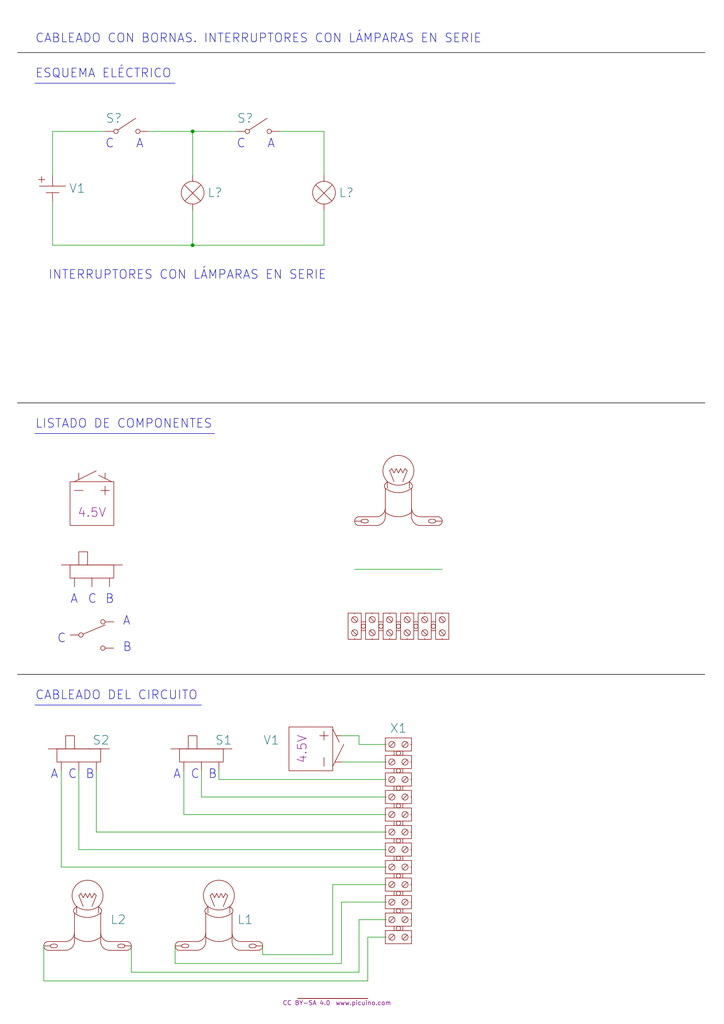
<source format=kicad_sch>
(kicad_sch (version 20211123) (generator eeschema)
  (paper "A4" portrait)
  (title_block (title "CABLEADO CON BORNAS. INTERRUPTORES CON LAMPARAS EN SERIE") (date "14/12/2018") (company "www.picuino.com") (comment 1 "Copyright (c) 2018 by Carlos Pardo") (comment 2 "License CC BY-SA 4.0"))
  (lib_symbols
    (symbol "simbolos:CopyRight" (pin_names (offset 1.016))
      (property "License" "CC BY-SA 4.0" (at -1.27 -1.27 0))
      (property "Web" "www.picuino.com" (at 0 -1.27 0))
      (symbol "CopyRight_0_1"
        (polyline (pts (xy -10.16 0) (xy 10.16 0)) (stroke (width 0.2032)))
      )
    )
    (symbol "simbolos:Pila" (pin_names (offset 1.016))
      (property "Reference" "V" (at 5.08 -4.445 0))
      (symbol "Pila_0_1"
        (polyline (pts (xy -4.064 -1.27) (xy -2.286 -1.27)))
        (polyline (pts (xy -3.81 -3.175) (xy 3.81 -3.175)))
        (polyline (pts (xy -3.175 -0.381) (xy -3.175 -2.159)))
        (polyline (pts (xy -1.905 -5.08) (xy 1.905 -5.08)))
      )
      (symbol "Pila_1_1"
        (pin input line (at 0 -7.62 90) (length 2.54) (name "") (number ""))
        (pin input line (at 0 0 270) (length 3.175) (name "") (number ""))
      )
    )
    (symbol "simbolos:borna_12x2" (pin_names (offset 1.016))
      (property "Reference" "X" (at 3.81 3.81 0))
      (symbol "borna_12x2_0_1"
        (rectangle (start 0 -53.975) (end 7.62 -57.785))
        (rectangle (start 0 -48.895) (end 7.62 -52.705))
        (rectangle (start 0 -43.815) (end 7.62 -47.625))
        (rectangle (start 0 -38.735) (end 7.62 -42.545))
        (rectangle (start 0 -33.655) (end 7.62 -37.465))
        (rectangle (start 0 -28.575) (end 7.62 -32.385))
        (rectangle (start 0 -23.495) (end 7.62 -27.305))
        (rectangle (start 0 -18.415) (end 7.62 -22.225))
        (rectangle (start 0 -13.335) (end 7.62 -17.145))
        (rectangle (start 0 -8.255) (end 7.62 -12.065))
        (rectangle (start 0 -3.175) (end 7.62 -6.985))
        (polyline (pts (xy 1.27 -56.515) (xy 2.54 -55.245)))
        (polyline (pts (xy 1.27 -51.435) (xy 2.54 -50.165)))
        (polyline (pts (xy 1.27 -46.355) (xy 2.54 -45.085)))
        (polyline (pts (xy 1.27 -41.275) (xy 2.54 -40.005)))
        (polyline (pts (xy 1.27 -36.195) (xy 2.54 -34.925)))
        (polyline (pts (xy 1.27 -31.115) (xy 2.54 -29.845)))
        (polyline (pts (xy 1.27 -26.035) (xy 2.54 -24.765)))
        (polyline (pts (xy 1.27 -20.955) (xy 2.54 -19.685)))
        (polyline (pts (xy 1.27 -15.875) (xy 2.54 -14.605)))
        (polyline (pts (xy 1.27 -10.795) (xy 2.54 -9.525)))
        (polyline (pts (xy 1.27 -5.715) (xy 2.54 -4.445)))
        (polyline (pts (xy 1.27 -0.635) (xy 2.54 0.635)))
        (polyline (pts (xy 2.54 -53.975) (xy 2.54 -52.705)))
        (polyline (pts (xy 2.54 -48.895) (xy 2.54 -47.625)))
        (polyline (pts (xy 2.54 -43.815) (xy 2.54 -42.545)))
        (polyline (pts (xy 2.54 -38.735) (xy 2.54 -37.465)))
        (polyline (pts (xy 2.54 -33.655) (xy 2.54 -32.385)))
        (polyline (pts (xy 2.54 -28.575) (xy 2.54 -27.305)))
        (polyline (pts (xy 2.54 -23.495) (xy 2.54 -22.225)))
        (polyline (pts (xy 2.54 -18.415) (xy 2.54 -17.145)))
        (polyline (pts (xy 2.54 -13.335) (xy 2.54 -12.065)))
        (polyline (pts (xy 2.54 -8.255) (xy 2.54 -6.985)))
        (polyline (pts (xy 2.54 -3.175) (xy 2.54 -1.905)))
        (polyline (pts (xy 5.08 -56.515) (xy 6.35 -55.245)))
        (polyline (pts (xy 5.08 -53.975) (xy 5.08 -52.705)))
        (polyline (pts (xy 5.08 -51.435) (xy 6.35 -50.165)))
        (polyline (pts (xy 5.08 -48.895) (xy 5.08 -47.625)))
        (polyline (pts (xy 5.08 -46.355) (xy 6.35 -45.085)))
        (polyline (pts (xy 5.08 -43.815) (xy 5.08 -42.545)))
        (polyline (pts (xy 5.08 -41.275) (xy 6.35 -40.005)))
        (polyline (pts (xy 5.08 -38.735) (xy 5.08 -37.465)))
        (polyline (pts (xy 5.08 -36.195) (xy 6.35 -34.925)))
        (polyline (pts (xy 5.08 -33.655) (xy 5.08 -32.385)))
        (polyline (pts (xy 5.08 -31.115) (xy 6.35 -29.845)))
        (polyline (pts (xy 5.08 -28.575) (xy 5.08 -27.305)))
        (polyline (pts (xy 5.08 -26.035) (xy 6.35 -24.765)))
        (polyline (pts (xy 5.08 -23.495) (xy 5.08 -22.225)))
        (polyline (pts (xy 5.08 -20.955) (xy 6.35 -19.685)))
        (polyline (pts (xy 5.08 -18.415) (xy 5.08 -17.145)))
        (polyline (pts (xy 5.08 -15.875) (xy 6.35 -14.605)))
        (polyline (pts (xy 5.08 -13.335) (xy 5.08 -12.065)))
        (polyline (pts (xy 5.08 -10.795) (xy 6.35 -9.525)))
        (polyline (pts (xy 5.08 -8.255) (xy 5.08 -6.985)))
        (polyline (pts (xy 5.08 -5.715) (xy 6.35 -4.445)))
        (polyline (pts (xy 5.08 -3.175) (xy 5.08 -1.905)))
        (polyline (pts (xy 5.08 -0.635) (xy 6.35 0.635)))
        (rectangle (start 0 1.905) (end 7.62 -1.905))
        (circle (center 1.905 -55.88) (radius 0.889))
        (circle (center 1.905 -50.8) (radius 0.889))
        (circle (center 1.905 -45.72) (radius 0.889))
        (circle (center 1.905 -40.64) (radius 0.889))
        (circle (center 1.905 -35.56) (radius 0.889))
        (circle (center 1.905 -30.48) (radius 0.889))
        (circle (center 1.905 -25.4) (radius 0.889))
        (circle (center 1.905 -20.32) (radius 0.889))
        (circle (center 1.905 -15.24) (radius 0.889))
        (circle (center 1.905 -10.16) (radius 0.889))
        (circle (center 1.905 -5.08) (radius 0.889))
        (circle (center 1.905 0) (radius 0.889))
        (circle (center 3.81 -53.34) (radius 0.635))
        (circle (center 3.81 -48.26) (radius 0.635))
        (circle (center 3.81 -43.18) (radius 0.635))
        (circle (center 3.81 -38.1) (radius 0.635))
        (circle (center 3.81 -33.02) (radius 0.635))
        (circle (center 3.81 -27.94) (radius 0.635))
        (circle (center 3.81 -22.86) (radius 0.635))
        (circle (center 3.81 -17.78) (radius 0.635))
        (circle (center 3.81 -12.7) (radius 0.635))
        (circle (center 3.81 -7.62) (radius 0.635))
        (circle (center 3.81 -2.54) (radius 0.635))
        (circle (center 5.715 -55.88) (radius 0.889))
        (circle (center 5.715 -50.8) (radius 0.889))
        (circle (center 5.715 -45.72) (radius 0.889))
        (circle (center 5.715 -40.64) (radius 0.889))
        (circle (center 5.715 -35.56) (radius 0.889))
        (circle (center 5.715 -30.48) (radius 0.889))
        (circle (center 5.715 -25.4) (radius 0.889))
        (circle (center 5.715 -20.32) (radius 0.889))
        (circle (center 5.715 -15.24) (radius 0.889))
        (circle (center 5.715 -10.16) (radius 0.889))
        (circle (center 5.715 -5.08) (radius 0.889))
        (circle (center 5.715 0) (radius 0.889))
      )
      (symbol "borna_12x2_1_1"
        (pin input line (at 0 -55.88 0) (length 0.254) (name "") (number ""))
        (pin input line (at 0 -50.8 0) (length 0.254) (name "") (number ""))
        (pin input line (at 0 -45.72 0) (length 0.254) (name "") (number ""))
        (pin input line (at 0 -40.64 0) (length 0.254) (name "") (number ""))
        (pin input line (at 0 -35.56 0) (length 0.254) (name "") (number ""))
        (pin input line (at 0 -30.48 0) (length 0.254) (name "") (number ""))
        (pin input line (at 0 -25.4 0) (length 0.254) (name "") (number ""))
        (pin input line (at 0 -20.32 0) (length 0.254) (name "") (number ""))
        (pin input line (at 0 -15.24 0) (length 0.254) (name "") (number ""))
        (pin input line (at 0 -10.16 0) (length 0.254) (name "") (number ""))
        (pin input line (at 0 -5.08 0) (length 0.254) (name "") (number ""))
        (pin input line (at 0 0 0) (length 0.254) (name "") (number ""))
        (pin input line (at 7.62 -55.88 180) (length 0.254) (name "") (number ""))
        (pin input line (at 7.62 -50.8 180) (length 0.254) (name "") (number ""))
        (pin input line (at 7.62 -45.72 180) (length 0.254) (name "") (number ""))
        (pin input line (at 7.62 -40.64 180) (length 0.254) (name "") (number ""))
        (pin input line (at 7.62 -35.56 180) (length 0.254) (name "") (number ""))
        (pin input line (at 7.62 -30.48 180) (length 0.254) (name "") (number ""))
        (pin input line (at 7.62 -25.4 180) (length 0.254) (name "") (number ""))
        (pin input line (at 7.62 -20.32 180) (length 0.254) (name "") (number ""))
        (pin input line (at 7.62 -15.24 180) (length 0.254) (name "") (number ""))
        (pin input line (at 7.62 -10.16 180) (length 0.254) (name "") (number ""))
        (pin input line (at 7.62 -5.08 180) (length 0.254) (name "") (number ""))
        (pin input line (at 7.62 0 180) (length 0.254) (name "") (number ""))
      )
    )
    (symbol "simbolos:borna_6x2" (pin_names (offset 1.016))
      (property "Reference" "X" (at 3.81 3.81 0))
      (symbol "borna_6x2_0_1"
        (rectangle (start 0 -23.495) (end 7.62 -27.305))
        (rectangle (start 0 -18.415) (end 7.62 -22.225))
        (rectangle (start 0 -13.335) (end 7.62 -17.145))
        (rectangle (start 0 -8.255) (end 7.62 -12.065))
        (rectangle (start 0 -3.175) (end 7.62 -6.985))
        (polyline (pts (xy 1.27 -26.035) (xy 2.54 -24.765)))
        (polyline (pts (xy 1.27 -20.955) (xy 2.54 -19.685)))
        (polyline (pts (xy 1.27 -15.875) (xy 2.54 -14.605)))
        (polyline (pts (xy 1.27 -10.795) (xy 2.54 -9.525)))
        (polyline (pts (xy 1.27 -5.715) (xy 2.54 -4.445)))
        (polyline (pts (xy 1.27 -0.635) (xy 2.54 0.635)))
        (polyline (pts (xy 2.54 -23.495) (xy 2.54 -22.225)))
        (polyline (pts (xy 2.54 -18.415) (xy 2.54 -17.145)))
        (polyline (pts (xy 2.54 -13.335) (xy 2.54 -12.065)))
        (polyline (pts (xy 2.54 -8.255) (xy 2.54 -6.985)))
        (polyline (pts (xy 2.54 -3.175) (xy 2.54 -1.905)))
        (polyline (pts (xy 5.08 -26.035) (xy 6.35 -24.765)))
        (polyline (pts (xy 5.08 -23.495) (xy 5.08 -22.225)))
        (polyline (pts (xy 5.08 -20.955) (xy 6.35 -19.685)))
        (polyline (pts (xy 5.08 -18.415) (xy 5.08 -17.145)))
        (polyline (pts (xy 5.08 -15.875) (xy 6.35 -14.605)))
        (polyline (pts (xy 5.08 -13.335) (xy 5.08 -12.065)))
        (polyline (pts (xy 5.08 -10.795) (xy 6.35 -9.525)))
        (polyline (pts (xy 5.08 -8.255) (xy 5.08 -6.985)))
        (polyline (pts (xy 5.08 -5.715) (xy 6.35 -4.445)))
        (polyline (pts (xy 5.08 -3.175) (xy 5.08 -1.905)))
        (polyline (pts (xy 5.08 -0.635) (xy 6.35 0.635)))
        (rectangle (start 0 1.905) (end 7.62 -1.905))
        (circle (center 1.905 -25.4) (radius 0.889))
        (circle (center 1.905 -20.32) (radius 0.889))
        (circle (center 1.905 -15.24) (radius 0.889))
        (circle (center 1.905 -10.16) (radius 0.889))
        (circle (center 1.905 -5.08) (radius 0.889))
        (circle (center 1.905 0) (radius 0.889))
        (circle (center 3.81 -22.86) (radius 0.635))
        (circle (center 3.81 -17.78) (radius 0.635))
        (circle (center 3.81 -12.7) (radius 0.635))
        (circle (center 3.81 -7.62) (radius 0.635))
        (circle (center 3.81 -2.54) (radius 0.635))
        (circle (center 5.715 -25.4) (radius 0.889))
        (circle (center 5.715 -20.32) (radius 0.889))
        (circle (center 5.715 -15.24) (radius 0.889))
        (circle (center 5.715 -10.16) (radius 0.889))
        (circle (center 5.715 -5.08) (radius 0.889))
        (circle (center 5.715 0) (radius 0.889))
      )
      (symbol "borna_6x2_1_1"
        (pin input line (at 0 -25.4 0) (length 0.254) (name "") (number ""))
        (pin input line (at 0 -20.32 0) (length 0.254) (name "") (number ""))
        (pin input line (at 0 -15.24 0) (length 0.254) (name "") (number ""))
        (pin input line (at 0 -10.16 0) (length 0.254) (name "") (number ""))
        (pin input line (at 0 -5.08 0) (length 0.254) (name "") (number ""))
        (pin input line (at 0 0 0) (length 0.254) (name "") (number ""))
        (pin input line (at 7.62 -25.4 180) (length 0.254) (name "") (number ""))
        (pin input line (at 7.62 -20.32 180) (length 0.254) (name "") (number ""))
        (pin input line (at 7.62 -15.24 180) (length 0.254) (name "") (number ""))
        (pin input line (at 7.62 -10.16 180) (length 0.254) (name "") (number ""))
        (pin input line (at 7.62 -5.08 180) (length 0.254) (name "") (number ""))
        (pin input line (at 7.62 0 180) (length 0.254) (name "") (number ""))
      )
    )
    (symbol "simbolos:conmutador" (pin_names (offset 1.016))
      (property "Reference" "S" (at 4.445 3.175 0))
      (symbol "conmutador_0_0"
        (circle (center 3.175 0) (radius 0.635))
        (circle (center 9.525 -3.81) (radius 0.635))
        (circle (center 9.525 3.81) (radius 0.635))
      )
      (symbol "conmutador_0_1"
        (polyline (pts (xy 10.16 2.921) (xy 3.81 0.254)))
      )
      (symbol "conmutador_1_1"
        (pin input line (at 0 0 0) (length 2.54) (name "") (number ""))
        (pin input line (at 12.7 -3.81 180) (length 2.54) (name "") (number ""))
        (pin input line (at 12.7 3.81 180) (length 2.54) (name "") (number ""))
      )
    )
    (symbol "simbolos:interruptor" (pin_names (offset 1.016))
      (property "Reference" "S" (at 4.445 3.175 0))
      (symbol "interruptor_0_0"
        (polyline (pts (xy 8.89 3.81) (xy 3.683 0.381)))
        (circle (center 3.175 0) (radius 0.635))
        (circle (center 9.525 0) (radius 0.635))
      )
      (symbol "interruptor_1_1"
        (pin input line (at 0 0 0) (length 2.54) (name "") (number ""))
        (pin input line (at 12.7 0 180) (length 2.54) (name "") (number ""))
      )
    )
    (symbol "simbolos:lampara" (pin_names (offset 1.016))
      (property "Reference" "L" (at 4.445 -5.08 0))
      (symbol "lampara_0_1"
        (circle (center 0 -5.08) (radius 3.302))
        (polyline (pts (xy -2.286 -7.493) (xy 2.286 -2.921)))
        (polyline (pts (xy -2.286 -2.921) (xy 2.286 -7.493)))
      )
      (symbol "lampara_1_1"
        (pin input line (at 0 -10.16 90) (length 1.778) (name "") (number ""))
        (pin input line (at 0 0 270) (length 1.778) (name "") (number ""))
      )
    )
    (symbol "simbolos:lampara_pack" (pin_names (offset 1.016))
      (property "Reference" "L" (at 17.78 6.35 0))
      (symbol "lampara_pack_0_1"
        (polyline (pts (xy 1.27 -1.27) (xy 6.35 -1.27)))
        (polyline (pts (xy 6.35 1.27) (xy 1.27 1.27)))
        (polyline (pts (xy 8.89 1.27) (xy 8.89 9.525)))
        (polyline (pts (xy 8.89 10.795) (xy 9.525 11.43)))
        (polyline (pts (xy 9.525 11.43) (xy 9.525 9.525)))
        (polyline (pts (xy 11.43 11.43) (xy 10.16 14.605)))
        (polyline (pts (xy 13.97 11.43) (xy 15.24 14.605)))
        (polyline (pts (xy 15.875 11.43) (xy 15.875 9.525)))
        (polyline (pts (xy 16.51 1.27) (xy 16.51 9.525)))
        (polyline (pts (xy 16.51 10.795) (xy 15.875 11.43)))
        (polyline (pts (xy 19.05 1.27) (xy 24.13 1.27)))
        (polyline (pts (xy 24.13 -1.27) (xy 19.05 -1.27)))
        (polyline (pts (xy 10.16 14.605) (xy 10.795 15.24) (xy 11.43 13.97) (xy 12.065 15.24) (xy 12.7 13.97) (xy 13.335 15.24) (xy 13.97 13.97) (xy 14.605 15.24) (xy 15.24 14.605)))
        (arc (start 1.27 1.27) (mid 0 0) (end 1.27 -1.27))
        (arc (start 2.159 -0.381) (mid 2.921 -0.5609) (end 3.683 -0.381))
        (arc (start 2.159 0.381) (mid 1.8844 0) (end 2.159 -0.381))
        (arc (start 3.683 -0.381) (mid 3.9576 0) (end 3.683 0.381))
        (arc (start 3.683 0.381) (mid 2.921 0.5609) (end 2.159 0.381))
        (arc (start 6.35 -1.27) (mid 8.1297 -0.5171) (end 8.89 1.27))
        (arc (start 6.35 1.27) (mid 8.1297 2.0229) (end 8.89 3.81))
        (arc (start 8.89 2.54) (mid 12.7 1.27) (end 16.51 2.54))
        (arc (start 8.89 9.525) (mid 12.7 8.255) (end 16.51 9.525))
        (arc (start 8.89 10.795) (mid 8.627 10.16) (end 8.89 9.525))
        (arc (start 9.525 11.43) (mid 12.7 10.4125) (end 15.875 11.43))
        (arc (start 12.7 19.05) (mid 8.5493 16.3021) (end 9.525 11.43))
        (arc (start 15.875 11.43) (mid 16.8357 16.2958) (end 12.7 19.05))
        (arc (start 16.51 1.27) (mid 17.2523 -0.5349) (end 19.05 -1.27))
        (arc (start 16.51 3.81) (mid 17.2523 2.0051) (end 19.05 1.27))
        (arc (start 16.51 9.525) (mid 16.773 10.16) (end 16.51 10.795))
        (arc (start 21.717 -0.381) (mid 22.479 -0.5609) (end 23.241 -0.381))
        (arc (start 21.717 0.381) (mid 21.4424 0) (end 21.717 -0.381))
        (arc (start 23.241 -0.381) (mid 23.5156 0) (end 23.241 0.381))
        (arc (start 23.241 0.381) (mid 22.479 0.5609) (end 21.717 0.381))
        (arc (start 24.13 -1.27) (mid 25.4 0) (end 24.13 1.27))
      )
      (symbol "lampara_pack_1_1"
        (pin input line (at 0 0 0) (length 1.905) (name "") (number ""))
        (pin input line (at 25.4 0 180) (length 1.905) (name "") (number ""))
      )
    )
    (symbol "simbolos:pila_petaca" (pin_names (offset 1.016))
      (property "Reference" "V" (at 11.43 -8.89 0))
      (property "V" "4.5V" (at 3.81 -12.7 0))
      (symbol "pila_petaca_0_1"
        (rectangle (start -2.54 -2.54) (end 10.16 -15.24))
        (polyline (pts (xy -1.27 -5.08) (xy 1.27 -5.08)))
        (polyline (pts (xy -1.27 -2.54) (xy 5.08 0.635)))
        (polyline (pts (xy 7.62 -3.81) (xy 7.62 -6.35)))
        (polyline (pts (xy 8.89 -5.08) (xy 6.35 -5.08)))
        (polyline (pts (xy 9.525 -2.54) (xy 5.715 -0.635)))
      )
      (symbol "pila_petaca_1_1"
        (pin input line (at 0 0 270) (length 1.905) (name "") (number ""))
        (pin input line (at 7.62 0 270) (length 1.524) (name "") (number ""))
      )
    )
    (symbol "simbolos:selector_pack" (pin_names (offset 1.016))
      (property "Reference" "S" (at 11.43 8.89 0))
      (symbol "selector_pack_0_1"
        (rectangle (start -1.27 6.35) (end 11.43 2.54))
        (polyline (pts (xy 13.97 6.35) (xy -3.81 6.35)))
        (polyline (pts (xy 1.27 6.35) (xy 1.27 10.16) (xy 3.81 10.16) (xy 3.81 6.35)))
      )
      (symbol "selector_pack_1_1"
        (pin input line (at 0 0 90) (length 2.54) (name "") (number ""))
        (pin input line (at 5.08 0 90) (length 2.54) (name "") (number ""))
        (pin input line (at 10.16 0 90) (length 2.54) (name "") (number ""))
      )
    )
  )
  (junction (at 55.88 71.12))
  (junction (at 55.88 38.1))
  (wire (pts (xy 99.06 220.98) (xy 111.76 220.98)))
  (wire (pts (xy 63.5 226.06) (xy 63.5 223.52)))
  (wire (pts (xy 55.88 71.12) (xy 93.98 71.12)))
  (wire (pts (xy 111.76 226.06) (xy 63.5 226.06)))
  (wire (pts (xy 50.8 274.32) (xy 50.8 279.4)))
  (wire (pts (xy 12.7 284.48) (xy 12.7 274.32)))
  (polyline (pts (xy 5.08 15.24) (xy 204.47 15.24)) (stroke (width 0) (type solid) (color 0 0 0 1)))
  (wire (pts (xy 17.78 223.52) (xy 17.78 251.46)))
  (wire (pts (xy 55.88 38.1) (xy 68.58 38.1)))
  (wire (pts (xy 104.14 266.7) (xy 111.76 266.7)))
  (wire (pts (xy 53.34 236.22) (xy 53.34 223.52)))
  (polyline (pts (xy 10.16 204.47) (xy 58.42 204.47)) (stroke (width 0) (type solid)))
  (wire (pts (xy 111.76 271.78) (xy 106.68 271.78)))
  (wire (pts (xy 22.86 246.38) (xy 111.76 246.38)))
  (wire (pts (xy 55.88 60.96) (xy 55.88 71.12)))
  (wire (pts (xy 111.76 241.3) (xy 27.94 241.3)))
  (wire (pts (xy 96.52 256.54) (xy 111.76 256.54)))
  (wire (pts (xy 50.8 279.4) (xy 99.06 279.4)))
  (polyline (pts (xy 5.08 116.84) (xy 204.47 116.84)) (stroke (width 0) (type solid) (color 0 0 0 1)))
  (wire (pts (xy 111.76 236.22) (xy 53.34 236.22)))
  (wire (pts (xy 93.98 60.96) (xy 93.98 71.12)))
  (wire (pts (xy 15.24 38.1) (xy 15.24 50.8)))
  (wire (pts (xy 93.98 38.1) (xy 93.98 50.8)))
  (wire (pts (xy 99.06 261.62) (xy 111.76 261.62)))
  (wire (pts (xy 102.87 165.1) (xy 128.27 165.1)))
  (wire (pts (xy 15.24 38.1) (xy 30.48 38.1)))
  (wire (pts (xy 81.28 38.1) (xy 93.98 38.1)))
  (wire (pts (xy 104.14 266.7) (xy 104.14 281.94)))
  (wire (pts (xy 38.1 274.32) (xy 38.1 281.94)))
  (wire (pts (xy 38.1 281.94) (xy 104.14 281.94)))
  (polyline (pts (xy 5.08 195.58) (xy 204.47 195.58)) (stroke (width 0) (type solid) (color 0 0 0 1)))
  (wire (pts (xy 58.42 223.52) (xy 58.42 231.14)))
  (wire (pts (xy 96.52 256.54) (xy 96.52 276.86)))
  (wire (pts (xy 76.2 274.32) (xy 76.2 276.86)))
  (wire (pts (xy 27.94 241.3) (xy 27.94 223.52)))
  (wire (pts (xy 104.14 215.9) (xy 111.76 215.9)))
  (wire (pts (xy 22.86 223.52) (xy 22.86 246.38)))
  (wire (pts (xy 15.24 58.42) (xy 15.24 71.12)))
  (wire (pts (xy 99.06 261.62) (xy 99.06 279.4)))
  (wire (pts (xy 104.14 215.9) (xy 104.14 213.36)))
  (wire (pts (xy 104.14 213.36) (xy 99.06 213.36)))
  (wire (pts (xy 106.68 271.78) (xy 106.68 284.48)))
  (wire (pts (xy 76.2 276.86) (xy 96.52 276.86)))
  (wire (pts (xy 58.42 231.14) (xy 111.76 231.14)))
  (wire (pts (xy 106.68 284.48) (xy 12.7 284.48)))
  (wire (pts (xy 55.88 38.1) (xy 43.18 38.1)))
  (polyline (pts (xy 10.16 24.13) (xy 50.8 24.13)) (stroke (width 0) (type solid)))
  (wire (pts (xy 15.24 71.12) (xy 55.88 71.12)))
  (wire (pts (xy 55.88 38.1) (xy 55.88 50.8)))
  (wire (pts (xy 111.76 251.46) (xy 17.78 251.46)))
  (polyline (pts (xy 10.16 125.73) (xy 62.23 125.73)) (stroke (width 0) (type solid)))
  (text "C" (at 25.4 175.26 0) (effects (font (size 2.54 2.54)) (justify left bottom)))
  (text "A" (at 14.605 226.06 0) (effects (font (size 2.54 2.54)) (justify left bottom)))
  (text "A" (at 35.56 181.61 0) (effects (font (size 2.54 2.54)) (justify left bottom)))
  (text "B" (at 60.325 226.06 0) (effects (font (size 2.54 2.54)) (justify left bottom)))
  (text "C" (at 16.51 186.69 0) (effects (font (size 2.54 2.54)) (justify left bottom)))
  (text "B" (at 24.765 226.06 0) (effects (font (size 2.54 2.54)) (justify left bottom)))
  (text "C" (at 30.48 43.18 0) (effects (font (size 2.54 2.54)) (justify left bottom)))
  (text "CABLEADO DEL CIRCUITO" (at 10.16 203.2 0) (effects (font (size 2.54 2.54)) (justify left bottom)))
  (text "C" (at 19.685 226.06 0) (effects (font (size 2.54 2.54)) (justify left bottom)))
  (text "B" (at 30.48 175.26 0) (effects (font (size 2.54 2.54)) (justify left bottom)))
  (text "INTERRUPTORES CON LÁMPARAS EN SERIE" (at 13.97 81.28 0) (effects (font (size 2.54 2.54)) (justify left bottom)))
  (text "LISTADO DE COMPONENTES" (at 10.16 124.46 0) (effects (font (size 2.54 2.54)) (justify left bottom)))
  (text "C" (at 68.58 43.18 0) (effects (font (size 2.54 2.54)) (justify left bottom)))
  (text "C" (at 55.245 226.06 0) (effects (font (size 2.54 2.54)) (justify left bottom)))
  (text "CABLEADO CON BORNAS. INTERRUPTORES CON LÁMPARAS EN SERIE" (at 10.16 12.7 0) (effects (font (size 2.54 2.54)) (justify left bottom)))
  (text "B" (at 35.56 189.23 0) (effects (font (size 2.54 2.54)) (justify left bottom)))
  (text "ESQUEMA ELÉCTRICO" (at 10.16 22.86 0) (effects (font (size 2.54 2.54)) (justify left bottom)))
  (text "A" (at 20.32 175.26 0) (effects (font (size 2.54 2.54)) (justify left bottom)))
  (text "A" (at 39.37 43.18 0) (effects (font (size 2.54 2.54)) (justify left bottom)))
  (text "A" (at 50.165 226.06 0) (effects (font (size 2.54 2.54)) (justify left bottom)))
  (text "A" (at 77.47 43.18 0) (effects (font (size 2.54 2.54)) (justify left bottom)))
  (symbol (lib_id "simbolos:lampara") (at 93.98 50.8 0) (unit 1)
    (property "Reference" "L?" (at 98.1202 55.88 0) (effects (font (size 2.54 2.54)) (justify left)))
  )
  (symbol (lib_id "simbolos:interruptor") (at 30.48 38.1 0) (unit 1)
    (property "Reference" "S?" (at 33.02 34.29 0) (effects (font (size 2.54 2.54))))
  )
  (symbol (lib_id "simbolos:lampara") (at 55.88 50.8 0) (unit 1)
    (property "Reference" "L?" (at 60.0202 55.88 0) (effects (font (size 2.54 2.54)) (justify left)))
  )
  (symbol (lib_id "simbolos:interruptor") (at 68.58 38.1 0) (unit 1)
    (property "Reference" "S?" (at 71.12 34.29 0) (effects (font (size 2.54 2.54))))
  )
  (symbol (lib_id "simbolos:CopyRight") (at 96.52 289.56 0) (unit 1)
    (property "Reference" "CP1" (effects hide))
    (property "License" "CC BY-SA 4.0" (at 88.9 290.83 0))
    (property "Web" "www.picuino.com" (at 105.41 290.83 0))
  )
  (symbol (lib_id "simbolos:borna_6x2") (at 128.27 177.8 270) (unit 1)
    (property "Reference" "X?" (effects hide))
  )
  (symbol (lib_id "simbolos:pila_petaca") (at 99.06 220.98 270) (mirror x) (unit 1)
    (property "Reference" "V1" (at 76.2 214.63 90) (effects (font (size 2.54 2.54)) (justify left)))
    (property "V" "4.5V" (at 87.63 217.17 0) (effects (font (size 2.54 2.54))))
  )
  (symbol (lib_id "simbolos:borna_12x2") (at 111.76 215.9 0) (unit 1)
    (property "Reference" "X1" (at 115.57 211.1756 0) (effects (font (size 2.54 2.54))))
  )
  (symbol (lib_id "simbolos:selector_pack") (at 21.59 170.18 0) (unit 1)
    (property "Reference" "S?" (effects hide))
  )
  (symbol (lib_id "simbolos:lampara_pack") (at 102.87 151.13 0) (unit 1)
    (property "Reference" "L?" (effects hide))
  )
  (symbol (lib_id "simbolos:selector_pack") (at 17.78 223.52 0) (unit 1)
    (property "Reference" "S2" (at 26.67 214.63 0) (effects (font (size 2.54 2.54)) (justify left)))
  )
  (symbol (lib_id "simbolos:conmutador") (at 20.32 184.15 0) (unit 1)
    (property "Reference" "S?" (effects hide))
  )
  (symbol (lib_id "simbolos:pila_petaca") (at 22.86 137.16 0) (unit 1)
    (property "Reference" "V?" (effects hide))
    (property "V" "4.5V" (at 26.67 148.59 0) (effects (font (size 2.54 2.54))))
  )
  (symbol (lib_id "simbolos:selector_pack") (at 53.34 223.52 0) (unit 1)
    (property "Reference" "S1" (at 62.23 214.63 0) (effects (font (size 2.54 2.54)) (justify left)))
  )
  (symbol (lib_id "simbolos:Pila") (at 15.24 50.8 0) (unit 1)
    (property "Reference" "V1" (at 19.8882 54.61 0) (effects (font (size 2.54 2.54)) (justify left)))
  )
  (symbol (lib_id "simbolos:lampara_pack") (at 12.7 274.32 0) (unit 1)
    (property "Reference" "L2" (at 34.29 266.7 0) (effects (font (size 2.54 2.54))))
  )
  (symbol (lib_id "simbolos:lampara_pack") (at 50.8 274.32 0) (unit 1)
    (property "Reference" "L1" (at 71.12 266.7 0) (effects (font (size 2.54 2.54))))
  )
)
</source>
